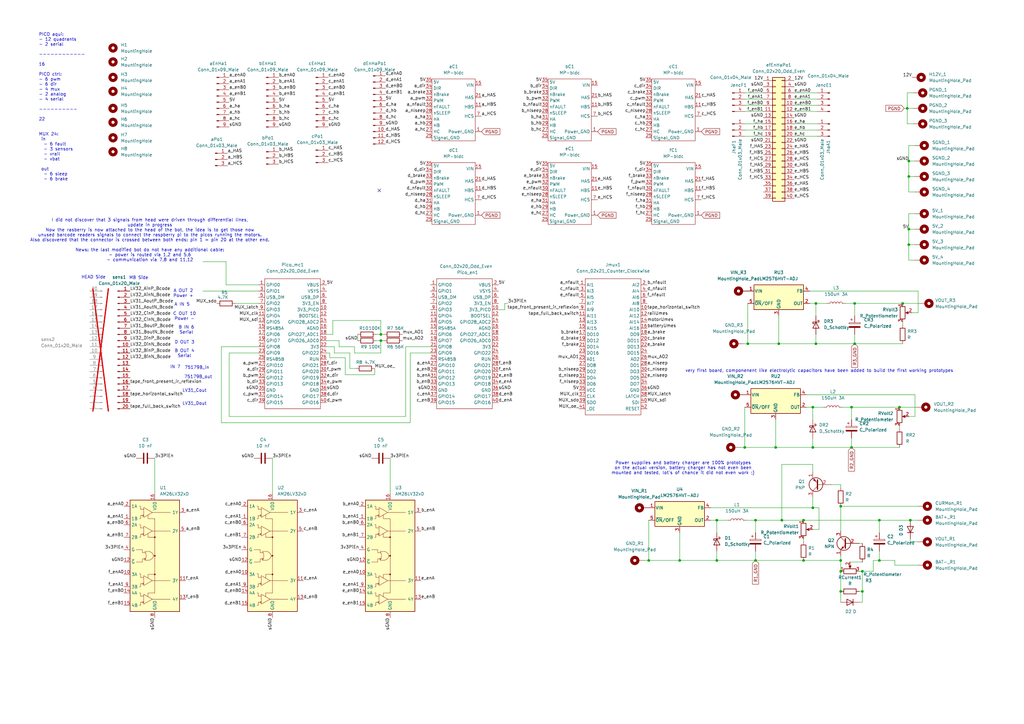
<source format=kicad_sch>
(kicad_sch (version 20250114) (generator "eeschema") (generator_version "9.0")
  (paper "A3")
  (text "Power supplies and battery charger are 100% prototypes\non the actual version, battery charger has not even been\nmounted and tested, lot's of chance it did not even work ;)" (at 280.162 192.024 0) (effects (font (size 1.27 1.27))))
  (text "HEAD Side" (at 38.354 113.792 0) (effects (font (size 1.27 1.27))))
  (text "D OUT 3" (at 75.692 140.462 0) (effects (font (size 1.27 1.27))))
  (text "very first board, componenent like electrolytic capacitors have been added to build the first working prototypes" (at 336.042 152.146 0) (effects (font (size 1.27 1.27))))
  (text "PICO aqui:\n- 12 quadrants\n- 2 serial\n\n------------\n\n16\n\nPICO ctrl:\n- 6 pwm\n- 6 dir\n- 4 mux\n- 2 analog\n- 4 serial\n\n----------\n\n22\n\n\nMUX 24:\n in\n  - 6 fault\n  - 3 sensors\n  - vrail\n  - vbat\n\n out\n  - 6 sleep\n  - 6 brake\n" (at 15.875 74.295 0) (effects (font (size 1.27 1.27)) (justify left bottom)))
  (text "B IN 6\nSerial" (at 76.454 135.382 0) (effects (font (size 1.27 1.27))))
  (text "I did not discover that 3 signals from head were driven through differential lines,\nupdate in progress\nNow the rasberry is now attached to the head of the bot, the idea is to get those now\nunused barcode readers signals to connect the raspberry pi to the picos running the motors.\nAlso discovered that the connector is crossed between both ends: pin 1 = pin 20 at the other end.\n\nNews: the last modified bot do not have any additional cable:\n- power is routed via 1,2 and 5,6\n- communication via 7,8 and 11,12" (at 61.468 98.552 0) (effects (font (size 1.27 1.27))))
  (text "C OUT 10\nPower -" (at 75.692 129.794 0) (effects (font (size 1.27 1.27))))
  (text "IN 7" (at 71.882 150.622 0) (effects (font (size 1.27 1.27))))
  (text "A OUT 2\nPower +" (at 75.184 120.396 0) (effects (font (size 1.27 1.27))))
  (text "B OUT 4\nSerial" (at 75.692 145.034 0) (effects (font (size 1.27 1.27))))
  (text "LV31_Cout" (at 79.756 160.274 0) (effects (font (size 1.27 1.27))))
  (text "LV31_Dout" (at 79.756 165.608 0) (effects (font (size 1.27 1.27))))
  (text "A IN 5" (at 74.676 124.968 0) (effects (font (size 1.27 1.27))))
  (text "MB Side" (at 56.896 114.046 0) (effects (font (size 1.27 1.27))))
  (text "75179B_out" (at 81.28 154.686 0) (effects (font (size 1.27 1.27))))
  (text "75179B_in" (at 80.772 150.876 0) (effects (font (size 1.27 1.27))))
  (junction (at 350.52 140.97))
  (junction (at 333.375 208.28))
  (junction (at 372.745 93.98))
  (junction (at 156.21 139.7))
  (junction (at 309.88 229.87))
  (junction (at 353.695 234.315))
  (junction (at 372.745 100.33))
  (junction (at 156.21 137.16))
  (junction (at 319.405 140.97))
  (junction (at 344.805 234.315))
  (junction (at 360.68 229.87))
  (junction (at 344.805 207.645))
  (junction (at 309.88 213.36))
  (junction (at 370.205 124.46))
  (junction (at 294.005 229.87))
  (junction (at 344.805 229.87))
  (junction (at 278.765 229.87))
  (junction (at 344.805 242.57))
  (junction (at 329.565 213.36))
  (junction (at 334.645 124.46))
  (junction (at 329.565 229.87))
  (junction (at 353.695 242.57))
  (junction (at 294.005 213.36))
  (junction (at 334.645 140.97))
  (junction (at 333.375 183.515))
  (junction (at 373.38 213.36))
  (junction (at 372.745 72.39))
  (junction (at 333.375 167.005))
  (junction (at 372.745 66.04))
  (junction (at 372.11 44.45))
  (junction (at 306.705 140.97))
  (junction (at 349.25 183.515))
  (junction (at 368.935 167.005))
  (junction (at 360.68 213.36))
  (junction (at 266.065 229.87))
  (junction (at 305.435 183.515))
  (junction (at 320.675 213.36))
  (junction (at 349.25 167.005))
  (junction (at 318.135 183.515))
  (junction (at 350.52 124.46))
  (no_connect (at -53.34 133.985))
  (no_connect (at 155.575 78.105))
  (wire (pts (xy 344.805 227.965) (xy 344.805 229.87)))
  (wire (pts (xy 318.135 183.515) (xy 333.375 183.515)))
  (wire (pts (xy 294.005 213.36) (xy 294.005 218.44)))
  (wire (pts (xy 106.045 119.38) (xy 83.185 119.38)))
  (wire (pts (xy 305.435 55.88) (xy 313.055 55.88)))
  (wire (pts (xy 156.21 131.445) (xy 156.21 137.16)))
  (wire (pts (xy 266.065 213.36) (xy 266.065 229.87)))
  (wire (pts (xy 375.285 59.69) (xy 372.745 59.69)))
  (wire (pts (xy 329.565 229.87) (xy 344.805 229.87)))
  (wire (pts (xy 319.405 140.97) (xy 334.645 140.97)))
  (wire (pts (xy 372.745 100.33) (xy 372.745 106.68)))
  (wire (pts (xy 90.805 142.24) (xy 106.045 142.24)))
  (wire (pts (xy 291.465 213.36) (xy 294.005 213.36)))
  (wire (pts (xy 204.47 127) (xy 207.01 127)))
  (wire (pts (xy 92.71 107.315) (xy 92.71 116.84)))
  (wire (pts (xy 136.525 131.445) (xy 156.21 131.445)))
  (wire (pts (xy 133.985 144.78) (xy 135.255 144.78)))
  (wire (pts (xy 370.205 124.46) (xy 377.19 124.46)))
  (wire (pts (xy 319.405 129.54) (xy 319.405 140.97)))
  (wire (pts (xy 332.105 124.46) (xy 334.645 124.46)))
  (wire (pts (xy 305.435 45.72) (xy 313.055 45.72)))
  (wire (pts (xy 344.805 198.755) (xy 340.995 198.755)))
  (wire (pts (xy 352.425 247.015) (xy 353.695 247.015)))
  (wire (pts (xy 90.805 173.355) (xy 90.805 142.24)))
  (wire (pts (xy 372.745 106.68) (xy 375.285 106.68)))
  (wire (pts (xy 374.65 44.45) (xy 372.11 44.45)))
  (wire (pts (xy 309.88 213.36) (xy 320.675 213.36)))
  (wire (pts (xy 325.755 43.18) (xy 335.28 43.18)))
  (wire (pts (xy 334.645 137.16) (xy 334.645 140.97)))
  (wire (pts (xy 306.705 124.46) (xy 306.705 140.97)))
  (wire (pts (xy 368.935 174.625) (xy 368.935 175.895)))
  (wire (pts (xy 153.67 153.67) (xy 153.67 151.13)))
  (wire (pts (xy 373.38 222.25) (xy 376.555 222.25)))
  (wire (pts (xy 352.425 234.315) (xy 353.695 234.315)))
  (wire (pts (xy 372.745 72.39) (xy 375.285 72.39)))
  (wire (pts (xy 305.435 53.34) (xy 313.055 53.34)))
  (wire (pts (xy 372.745 93.98) (xy 375.285 93.98)))
  (wire (pts (xy 333.375 208.28) (xy 335.915 208.28)))
  (wire (pts (xy 145.415 144.78) (xy 145.415 142.24)))
  (wire (pts (xy 372.745 66.04) (xy 375.285 66.04)))
  (wire (pts (xy 143.51 144.78) (xy 143.51 151.13)))
  (wire (pts (xy 344.805 229.87) (xy 344.805 234.315)))
  (wire (pts (xy 96.52 124.46) (xy 106.045 124.46)))
  (wire (pts (xy 294.005 229.87) (xy 309.88 229.87)))
  (wire (pts (xy 376.555 119.38) (xy 376.555 128.27)))
  (wire (pts (xy 294.005 226.06) (xy 294.005 229.87)))
  (wire (pts (xy 374.015 128.27) (xy 376.555 128.27)))
  (wire (pts (xy 141.605 153.67) (xy 153.67 153.67)))
  (wire (pts (xy 360.68 229.87) (xy 367.03 229.87)))
  (wire (pts (xy 349.25 179.705) (xy 349.25 183.515)))
  (wire (pts (xy 360.68 213.36) (xy 360.68 218.44)))
  (wire (pts (xy 143.51 151.13) (xy 146.05 151.13)))
  (wire (pts (xy 294.005 213.36) (xy 298.45 213.36)))
  (wire (pts (xy 367.03 231.775) (xy 376.555 231.775)))
  (wire (pts (xy 137.16 142.24) (xy 137.16 144.78)))
  (wire (pts (xy 358.14 229.87) (xy 360.68 229.87)))
  (wire (pts (xy 333.375 167.005) (xy 333.375 172.085)))
  (wire (pts (xy 305.435 183.515) (xy 318.135 183.515)))
  (wire (pts (xy 160.02 187.96) (xy 160.02 202.565)))
  (wire (pts (xy 372.11 44.45) (xy 372.11 50.8)))
  (wire (pts (xy 352.425 242.57) (xy 353.695 242.57)))
  (wire (pts (xy 373.38 213.36) (xy 376.555 213.36)))
  (wire (pts (xy 325.755 53.34) (xy 335.28 53.34)))
  (wire (pts (xy 375.285 87.63) (xy 372.745 87.63)))
  (wire (pts (xy 325.755 55.88) (xy 335.28 55.88)))
  (wire (pts (xy 93.98 144.78) (xy 93.98 170.815)))
  (wire (pts (xy 264.16 229.87) (xy 266.065 229.87)))
  (wire (pts (xy 345.44 167.005) (xy 349.25 167.005)))
  (wire (pts (xy 333.375 190.5) (xy 320.675 190.5)))
  (wire (pts (xy 303.53 183.515) (xy 305.435 183.515)))
  (wire (pts (xy 353.695 242.57) (xy 353.695 234.315)))
  (wire (pts (xy 320.675 213.36) (xy 329.565 213.36)))
  (wire (pts (xy 344.805 242.57) (xy 344.805 247.015)))
  (wire (pts (xy 156.21 139.7) (xy 156.21 144.78)))
  (wire (pts (xy 166.37 142.24) (xy 176.53 142.24)))
  (wire (pts (xy 136.525 137.16) (xy 136.525 131.445)))
  (wire (pts (xy 305.435 50.8) (xy 313.055 50.8)))
  (wire (pts (xy 350.52 137.16) (xy 350.52 140.97)))
  (wire (pts (xy 63.5 187.96) (xy 63.5 202.565)))
  (wire (pts (xy 146.685 139.7) (xy 146.685 137.16)))
  (wire (pts (xy 157.48 137.16) (xy 156.21 137.16)))
  (wire (pts (xy 368.935 167.005) (xy 375.92 167.005)))
  (wire (pts (xy 349.25 183.515) (xy 368.935 183.515)))
  (wire (pts (xy 372.745 72.39) (xy 372.745 78.74)))
  (wire (pts (xy 318.135 172.085) (xy 318.135 183.515)))
  (wire (pts (xy 372.745 100.33) (xy 375.285 100.33)))
  (wire (pts (xy 330.835 161.925) (xy 375.285 161.925)))
  (wire (pts (xy 344.805 198.755) (xy 344.805 200.025)))
  (wire (pts (xy 333.375 203.835) (xy 333.375 208.28)))
  (wire (pts (xy 325.755 45.72) (xy 335.28 45.72)))
  (wire (pts (xy 291.465 208.28) (xy 333.375 208.28)))
  (wire (pts (xy 306.07 213.36) (xy 309.88 213.36)))
  (wire (pts (xy 305.435 43.18) (xy 313.055 43.18)))
  (wire (pts (xy 207.01 124.46) (xy 208.28 124.46)))
  (wire (pts (xy 278.765 218.44) (xy 278.765 229.87)))
  (wire (pts (xy 157.48 139.7) (xy 156.21 139.7)))
  (wire (pts (xy 306.705 140.97) (xy 319.405 140.97)))
  (wire (pts (xy 334.645 124.46) (xy 334.645 129.54)))
  (wire (pts (xy 166.37 170.815) (xy 166.37 142.24)))
  (wire (pts (xy 305.435 167.005) (xy 305.435 183.515)))
  (wire (pts (xy 370.205 132.08) (xy 370.205 133.35)))
  (wire (pts (xy 350.52 140.97) (xy 370.205 140.97)))
  (wire (pts (xy 350.52 124.46) (xy 350.52 129.54)))
  (wire (pts (xy 333.375 193.675) (xy 333.375 190.5)))
  (wire (pts (xy 333.375 167.005) (xy 337.82 167.005)))
  (wire (pts (xy 333.375 217.17) (xy 335.915 217.17)))
  (wire (pts (xy 370.84 44.45) (xy 372.11 44.45)))
  (wire (pts (xy 335.915 208.28) (xy 335.915 217.17)))
  (wire (pts (xy 353.695 247.015) (xy 353.695 242.57)))
  (wire (pts (xy 372.745 66.04) (xy 372.745 72.39)))
  (wire (pts (xy 346.71 124.46) (xy 350.52 124.46)))
  (wire (pts (xy 333.375 183.515) (xy 349.25 183.515)))
  (wire (pts (xy 266.065 229.87) (xy 278.765 229.87)))
  (wire (pts (xy 372.745 170.815) (xy 375.285 170.815)))
  (wire (pts (xy 135.255 144.78) (xy 135.255 146.685)))
  (wire (pts (xy 344.805 207.645) (xy 344.805 217.805)))
  (wire (pts (xy 309.88 226.06) (xy 309.88 229.87)))
  (wire (pts (xy 156.21 137.16) (xy 154.305 137.16)))
  (wire (pts (xy 329.565 213.36) (xy 360.68 213.36)))
  (wire (pts (xy 137.16 144.78) (xy 143.51 144.78)))
  (wire (pts (xy 305.435 40.64) (xy 313.055 40.64)))
  (wire (pts (xy 358.14 229.87) (xy 358.14 234.315)))
  (wire (pts (xy 360.68 213.36) (xy 373.38 213.36)))
  (wire (pts (xy 106.045 144.78) (xy 93.98 144.78)))
  (wire (pts (xy 141.605 146.685) (xy 141.605 153.67)))
  (wire (pts (xy 334.645 140.97) (xy 350.52 140.97)))
  (wire (pts (xy 372.11 50.8) (xy 374.65 50.8)))
  (wire (pts (xy 325.755 38.1) (xy 335.28 38.1)))
  (wire (pts (xy 348.615 230.505) (xy 353.695 230.505)))
  (wire (pts (xy 375.285 161.925) (xy 375.285 170.815)))
  (wire (pts (xy 372.11 38.1) (xy 372.11 44.45)))
  (wire (pts (xy 353.695 234.315) (xy 358.14 234.315)))
  (wire (pts (xy 145.415 142.24) (xy 139.065 142.24)))
  (wire (pts (xy 329.565 220.98) (xy 329.565 222.25)))
  (wire (pts (xy 133.985 139.7) (xy 139.065 139.7)))
  (wire (pts (xy 325.755 50.8) (xy 335.28 50.8)))
  (wire (pts (xy 92.71 116.84) (xy 106.045 116.84)))
  (wire (pts (xy 133.985 142.24) (xy 137.16 142.24)))
  (wire (pts (xy 372.745 59.69) (xy 372.745 66.04)))
  (wire (pts (xy 367.03 229.87) (xy 367.03 231.775)))
  (wire (pts (xy 90.805 173.355) (xy 168.275 173.355)))
  (wire (pts (xy 111.76 187.96) (xy 111.76 202.565)))
  (wire (pts (xy 168.275 144.78) (xy 168.275 173.355)))
  (wire (pts (xy 350.52 124.46) (xy 370.205 124.46)))
  (wire (pts (xy 305.435 38.1) (xy 313.055 38.1)))
  (wire (pts (xy 360.68 229.87) (xy 360.68 226.06)))
  (wire (pts (xy 325.755 40.64) (xy 335.28 40.64)))
  (wire (pts (xy 330.835 167.005) (xy 333.375 167.005)))
  (wire (pts (xy 333.375 179.705) (xy 333.375 183.515)))
  (wire (pts (xy 309.88 213.36) (xy 309.88 218.44)))
  (wire (pts (xy 156.21 139.7) (xy 154.305 139.7)))
  (wire (pts (xy 334.645 124.46) (xy 339.09 124.46)))
  (wire (pts (xy 83.185 107.315) (xy 92.71 107.315)))
  (wire (pts (xy 133.985 137.16) (xy 136.525 137.16)))
  (wire (pts (xy 309.88 229.87) (xy 329.565 229.87)))
  (wire (pts (xy 207.01 127) (xy 207.01 124.46)))
  (wire (pts (xy 349.25 167.005) (xy 368.935 167.005)))
  (wire (pts (xy 344.805 234.315) (xy 344.805 242.57)))
  (wire (pts (xy 135.255 146.685) (xy 141.605 146.685)))
  (wire (pts (xy 373.38 220.98) (xy 373.38 222.25)))
  (wire (pts (xy 93.98 170.815) (xy 166.37 170.815)))
  (wire (pts (xy 176.53 144.78) (xy 168.275 144.78)))
  (wire (pts (xy 320.675 190.5) (xy 320.675 213.36)))
  (wire (pts (xy 139.065 142.24) (xy 139.065 139.7)))
  (wire (pts (xy 372.745 93.98) (xy 372.745 100.33)))
  (wire (pts (xy 352.425 222.885) (xy 353.695 222.885)))
  (wire (pts (xy 156.21 144.78) (xy 145.415 144.78)))
  (wire (pts (xy 278.765 229.87) (xy 294.005 229.87)))
  (wire (pts (xy 372.745 87.63) (xy 372.745 93.98)))
  (wire (pts (xy 344.805 207.645) (xy 376.555 207.645)))
  (wire (pts (xy 332.105 119.38) (xy 376.555 119.38)))
  (wire (pts (xy 374.65 38.1) (xy 372.11 38.1)))
  (wire (pts (xy 349.25 167.005) (xy 349.25 172.085)))
  (wire (pts (xy 304.8 140.97) (xy 306.705 140.97)))
  (wire (pts (xy 372.745 78.74) (xy 375.285 78.74)))
  (label "e_hb" (at 325.755 53.34 0))
  (label "f_HAS" (at 287.655 74.295 0))
  (label "mux_AO2" (at 265.43 147.32 0))
  (label "b_HAS" (at 245.11 40.005 0))
  (label "f_enA1" (at 313.055 40.64 180))
  (label "e_HAS" (at 245.11 74.295 0))
  (label "e_brake" (at 222.25 73.025 180))
  (label "e_pwm" (at 222.25 75.565 180))
  (label "LV31_BoutN_Bcode" (at 53.34 137.16 0))
  (label "b_enB1" (at 147.32 220.345 180))
  (label "e_enA" (at 204.47 157.48 0))
  (label "c_HBS" (at 134.62 64.135 0))
  (label "c_enB0" (at 134.62 36.83 0))
  (label "a_brake" (at 174.625 38.735 180))
  (label "b_enA" (at 176.53 154.94 180))
  (label "c_hc" (at 134.62 49.53 0))
  (label "e_dir" (at 222.25 70.485 180))
  (label "sGND" (at 372.745 66.04 180))
  (label "b_nfault" (at 222.25 43.815 180))
  (label "LV32_DinN_Bcode" (at 53.34 142.24 0))
  (label "d_enA0" (at 158.115 31.115 0))
  (label "sGND" (at 50.8 230.505 180))
  (label "f_hc" (at 264.795 88.265 180))
  (label "d_brake" (at 237.49 139.7 180))
  (label "5V" (at 237.49 160.02 180))
  (label "f_enB" (at 204.47 149.86 0))
  (label "sGND" (at 325.755 58.42 0))
  (label "5V" (at 204.47 116.84 0))
  (label "c_enA0" (at 134.62 31.75 0))
  (label "tape_horizontal_switch" (at 265.43 127 0))
  (label "tape_horizontal_switch" (at 53.34 162.56 0))
  (label "sGND" (at 158.115 51.435 0))
  (label "e_HAS" (at 325.755 68.58 0))
  (label "a_enA1" (at 93.98 34.29 0))
  (label "a_enB1" (at 93.98 39.37 0))
  (label "e_HCS" (at 325.755 81.28 0))
  (label "b_brake" (at 222.25 38.735 180))
  (label "e_hc" (at 222.25 88.265 180))
  (label "f_HCS" (at 313.055 73.66 180))
  (label "LV32_AinN_Bcode" (at 53.34 121.92 0))
  (label "sGND" (at 204.47 160.02 0))
  (label "e_HBS" (at 325.755 78.74 0))
  (label "e_HBS" (at 325.755 71.12 0))
  (label "a_pwm" (at 174.625 41.275 180))
  (label "f_enB0" (at 50.8 243.205 180))
  (label "b_hb" (at 222.25 51.435 180))
  (label "a_dir" (at 106.045 152.4 180))
  (label "e_enB0" (at 325.755 43.18 0))
  (label "c_enA1" (at 134.62 34.29 0))
  (label "f_enA0" (at 313.055 38.1 180))
  (label "b_HAS" (at 114.3 62.23 0))
  (label "sGND" (at 63.5 253.365 270))
  (label "f_brake" (at 264.795 73.025 180))
  (label "f_enA1" (at 50.8 240.665 180))
  (label "5V" (at 133.985 116.84 0))
  (label "a_nfault" (at 237.49 116.84 180))
  (label "a_enA" (at 76.2 210.185 0))
  (label "f_HBS" (at 313.055 71.12 180))
  (label "d_enA0" (at 99.06 235.585 180))
  (label "MUX_oe_" (at 237.49 167.64 180))
  (label "tape_front_present_ir_reflexion" (at 53.34 157.48 0))
  (label "f_HCS" (at 313.055 66.04 180))
  (label "f_enB1" (at 50.8 248.285 180))
  (label "LV32_BinP_Bcode" (at 53.34 144.78 0))
  (label "MUX_latch" (at 106.045 127 180))
  (label "d_pwm" (at 174.625 75.565 180))
  (label "f_hc" (at 313.055 55.88 180))
  (label "f_nlseep" (at 237.49 157.48 180))
  (label "a_hc" (at 174.625 53.975 180))
  (label "a_enB0" (at 93.98 36.83 0))
  (label "c_HBS" (at 287.655 43.815 0))
  (label "e_ha" (at 325.755 50.8 0))
  (label "c_HAS" (at 287.655 40.005 0))
  (label "sGND" (at 160.02 253.365 270))
  (label "b_nlseep" (at 237.49 152.4 180))
  (label "LV32_DinP_Bcode" (at 53.34 139.7 0))
  (label "e_pwm" (at 133.985 157.48 0))
  (label "c_nlseep" (at 264.795 46.355 180))
  (label "d_nlseep" (at 237.49 154.94 180))
  (label "tape_front_present_ir_reflexion" (at 237.49 127 180))
  (label "mux_AO2" (at 165.1 139.7 0))
  (label "mux_AO1" (at 237.49 147.32 180))
  (label "f_nlseep" (at 264.795 80.645 180))
  (label "f_ha" (at 264.795 83.185 180))
  (label "a_enA0" (at 50.8 207.645 180))
  (label "e_HAS" (at 325.755 60.96 0))
  (label "c_dir" (at 264.795 36.195 180))
  (label "e_hc" (at 325.755 55.88 0))
  (label "f_enB" (at 76.2 245.745 0))
  (label "d_brake" (at 174.625 73.025 180))
  (label "a_HAS" (at 93.345 62.865 0))
  (label "b_hc" (at 114.3 49.53 0))
  (label "d_enA" (at 204.47 165.1 0))
  (label "sGND" (at 265.43 160.02 0))
  (label "d_enB1" (at 158.115 38.735 0))
  (label "c_enA0" (at 99.06 207.645 180))
  (label "b_enB" (at 172.72 217.805 0))
  (label "e_enB1" (at 325.755 45.72 0))
  (label "b_enB" (at 176.53 157.48 180))
  (label "5V" (at 264.795 67.945 180))
  (label "MUX_clk" (at 237.49 162.56 180))
  (label "c_HCS" (at 287.655 47.625 0))
  (label "b_HBS" (at 245.11 43.815 0))
  (label "f_enA" (at 76.2 238.125 0))
  (label "c_brake" (at 265.43 139.7 0))
  (label "LV31_BoutP_Bcode" (at 53.34 134.62 0))
  (label "d_HBS" (at 197.485 78.105 0))
  (label "b_dir" (at 106.045 157.48 180))
  (label "d_enB" (at 204.47 162.56 0))
  (label "3v3PiEn" (at 99.06 225.425 180))
  (label "c_dir" (at 106.045 165.1 180))
  (label "5V" (at 93.98 41.91 0))
  (label "sGND" (at 111.76 253.365 270))
  (label "e_HCS" (at 325.755 66.04 0))
  (label "f_pwm" (at 133.985 152.4 0))
  (label "d_enA" (at 124.46 238.125 0))
  (label "a_enA0" (at 93.98 31.75 0))
  (label "c_hb" (at 264.795 51.435 180))
  (label "c_enA1" (at 99.06 212.725 180))
  (label "b_nlseep" (at 222.25 46.355 180))
  (label "d_hb" (at 158.115 46.355 0))
  (label "b_pwm" (at 106.045 154.94 180))
  (label "sGND" (at 134.62 52.07 0))
  (label "e_dir" (at 133.985 154.94 0))
  (label "a_enA" (at 176.53 149.86 180))
  (label "d_dir" (at 174.625 70.485 180))
  (label "e_HBS" (at 245.11 78.105 0))
  (label "b_HCS" (at 245.11 47.625 0))
  (label "b_dir" (at 222.25 36.195 180))
  (label "sGND" (at 99.06 230.505 180))
  (label "5V" (at 222.25 67.945 180))
  (label "f_enA" (at 204.47 152.4 0))
  (label "a_brake" (at 265.43 137.16 0))
  (label "a_HBS" (at 197.485 43.815 0))
  (label "c_pwm" (at 264.795 41.275 180))
  (label "d_HBS" (at 158.115 56.515 0))
  (label "LV32_CinP_Bcode" (at 53.34 129.54 0))
  (label "a_enB0" (at 50.8 215.265 180))
  (label "d_enB0" (at 99.06 243.205 180))
  (label "tape_full_back_switch" (at 53.34 167.64 0))
  (label "e_HBS" (at 325.755 63.5 0))
  (label "MUX_sdo" (at 237.49 165.1 180))
  (label "MUX_sdi" (at 265.43 165.1 0))
  (label "e_enB" (at 204.47 154.94 0))
  (label "c_HAS" (at 134.62 61.595 0))
  (label "mux_AO1" (at 165.1 137.16 0))
  (label "LV32_CinN_Bcode" (at 53.34 132.08 0))
  (label "sGND" (at 133.985 160.02 0))
  (label "a_hc" (at 93.98 49.53 0))
  (label "f_ha" (at 313.055 50.8 180))
  (label "f_HAS" (at 313.055 60.96 180))
  (label "f_hb" (at 264.795 85.725 180))
  (label "LV32_BinN_Bcode" (at 53.34 147.32 0))
  (label "d_enA1" (at 99.06 240.665 180))
  (label "d_hc" (at 158.115 48.895 0))
  (label "d_ha" (at 158.115 43.815 0))
  (label "3v3PiEn" (at 111.76 187.96 0))
  (label "d_HAS" (at 158.115 53.975 0))
  (label "d_enA1" (at 158.115 33.655 0))
  (label "3v3PiEn" (at 50.8 225.425 180))
  (label "b_enB0" (at 114.3 36.83 0))
  (label "LV31_AoutN_Bcode" (at 53.34 127 0))
  (label "e_HCS" (at 325.755 73.66 0))
  (label "f_HAS" (at 313.055 68.58 180))
  (label "e_nfault" (at 222.25 78.105 180))
  (label "a_enB" (at 76.2 217.805 0))
  (label "c_ha" (at 134.62 44.45 0))
  (label "f_HBS" (at 287.655 78.105 0))
  (label "MUX_sdi" (at 106.045 132.08 180))
  (label "3v3PiEn" (at 147.32 225.425 180))
  (label "e_enA0" (at 147.32 235.585 180))
  (label "d_hc" (at 174.625 88.265 180))
  (label "f_dir" (at 264.795 70.485 180))
  (label "d_nfault" (at 174.625 78.105 180))
  (label "sGND" (at 93.98 52.07 0))
  (label "c_hb" (at 134.62 46.99 0))
  (label "b_hc" (at 222.25 53.975 180))
  (label "b_hb" (at 114.3 46.99 0))
  (label "c_enA" (at 124.46 210.185 0))
  (label "c_ha" (at 264.795 48.895 180))
  (label "3v3PiEn" (at 208.28 124.46 0))
  (label "a_dir" (at 174.625 36.195 180))
  (label "a_nlseep" (at 174.625 46.355 180))
  (label "a_enB1" (at 50.8 220.345 180))
  (label "5V" (at 372.745 93.98 180))
  (label "e_HCS" (at 245.11 81.915 0))
  (label "c_pwm" (at 106.045 162.56 180))
  (label "f_HCS" (at 287.655 81.915 0))
  (label "d_HCS" (at 158.115 59.055 0))
  (label "a_ha" (at 174.625 48.895 180))
  (label "c_nfault" (at 264.795 43.815 180))
  (label "a_HCS" (at 93.345 67.945 0))
  (label "e_ha" (at 222.25 83.185 180))
  (label "c_nfault" (at 237.49 119.38 180))
  (label "c_HCS" (at 134.62 66.675 0))
  (label "a_HAS" (at 197.485 40.005 0))
  (label "a_enB" (at 176.53 152.4 180))
  (label "d_dir" (at 133.985 162.56 0))
  (label "f_enB1" (at 313.055 45.72 180))
  (label "e_enA0" (at 325.755 38.1 0))
  (label "c_enA" (at 176.53 162.56 180))
  (label "e_nlseep" (at 222.25 80.645 180))
  (label "sGND" (at 146.685 139.7 180))
  (label "f_HBS" (at 313.055 63.5 180))
  (label "f_dir" (at 133.985 149.86 0))
  (label "f_nfault" (at 265.43 121.92 0))
  (label "b_enA0" (at 114.3 31.75 0))
  (label "batteryUmes" (at 265.43 134.62 0))
  (label "sGND" (at 313.055 35.56 180))
  (label "12V" (at 374.015 31.75 180))
  (label "LV32_AinP_Bcode" (at 53.34 119.38 0))
  (label "sGND" (at 313.055 48.26 180))
  (label "3v3PiEn" (at 63.5 187.96 0))
  (label "e_nlseep" (at 265.43 154.94 0))
  (label "e_enA1" (at 325.755 40.64 0))
  (label "a_enA1" (at 50.8 212.725 180))
  (label "c_hc" (at 264.795 53.975 180))
  (label "e_enB1" (at 147.32 248.285 180))
  (label "a_hb" (at 174.625 51.435 180))
  (label "b_ha" (at 222.25 48.895 180))
  (label "f_brake" (at 237.49 142.24 180))
  (label "sGND" (at 114.3 52.07 0))
  (label "b_enA1" (at 147.32 212.725 180))
  (label "d_enB" (at 124.46 245.745 0))
  (label "e_enB0" (at 147.32 243.205 180))
  (label "5V" (at 174.625 33.655 180))
  (label "c_enB1" (at 99.06 220.345 180))
  (label "b_HBS" (at 114.3 64.77 0))
  (label "f_enB0" (at 313.055 43.18 180))
  (label "d_enB0" (at 158.115 36.195 0))
  (label "a_ha" (at 93.98 44.45 0))
  (label "d_nfault" (at 265.43 119.38 0))
  (label "a_HBS" (at 93.345 65.405 0))
  (label "a_nlseep" (at 265.43 149.86 0))
  (label "a_pwm" (at 106.045 149.86 180))
  (label "c_enB0" (at 99.06 215.265 180))
  (label "c_enB" (at 124.46 217.805 0))
  (label "sGND" (at 313.055 58.42 180))
  (label "b_enA0" (at 147.32 207.645 180))
  (label "sGND" (at 176.53 160.02 180))
  (label "e_enA" (at 172.72 238.125 0))
  (label "e_HAS" (at 325.755 76.2 0))
  (label "sGND" (at 152.4 187.96 180))
  (label "sGND" (at 325.755 48.26 0))
  (label "c_nlseep" (at 265.43 152.4 0))
  (label "5V" (at 158.115 41.275 0))
  (label "b_enA1" (at 114.3 34.29 0))
  (label "sGND" (at 325.755 35.56 0))
  (label "5V" (at 264.795 33.655 180))
  (label "b_enB0" (at 147.32 215.265 180))
  (label "e_brake" (at 265.43 142.24 0))
  (label "3v3PiEn" (at 160.02 187.96 0))
  (label "5V" (at 134.62 41.91 0))
  (label "MUX_clk" (at 106.045 129.54 180))
  (label "sGND" (at 147.32 230.505 180))
  (label "e_nfault" (at 237.49 121.92 180))
  (label "MUX_sdo" (at 88.9 124.46 180))
  (label "a_nfault" (at 174.625 43.815 180))
  (label "MUX_latch" (at 265.43 162.56 0))
  (label "f_pwm" (at 264.795 75.565 180))
  (label "b_enA" (at 172.72 210.185 0))
  (label "motorUmes" (at 265.43 132.08 0))
  (label "a_HCS" (at 197.485 47.625 0))
  (label "d_nlseep" (at 174.625 80.645 180))
  (label "d_HCS" (at 197.485 81.915 0))
  (label "12V" (at 313.055 33.02 180))
  (label "5V" (at 174.625 67.945 180))
  (label "b_brake" (at 237.49 137.16 180))
  (label "e_enA1" (at 147.32 240.665 180))
  (label "a_hb" (at 93.98 46.99 0))
  (label "b_ha" (at 114.3 44.45 0))
  (label "5V" (at 222.25 33.655 180))
  (label "d_pwm" (at 133.985 165.1 0))
  (label "sGND" (at 55.88 187.96 180))
  (label "d_enB1" (at 99.06 248.285 180))
  (label "sGND" (at 106.045 160.02 180))
  (label "railUmes" (at 265.43 129.54 0))
  (label "b_pwm" (at 222.25 41.275 180))
  (label "c_enB" (at 176.53 165.1 180))
  (label "f_nfault" (at 264.795 78.105 180))
  (label "LV31_AoutP_Bcode" (at 53.34 124.46 0))
  (label "b_nfault" (at 265.43 116.84 0))
  (label "MUX_oe_" (at 153.67 151.13 0))
  (label "c_enB1" (at 134.62 39.37 0))
  (label "d_hb" (at 174.625 85.725 180))
  (label "e_hb" (at 222.25 85.725 180))
  (label "12V" (at 325.755 33.02 0))
  (label "f_hb" (at 313.055 53.34 180))
  (label "5V" (at 114.3 41.91 0))
  (label "c_brake" (at 264.795 38.735 180))
  (label "e_enB" (at 172.72 245.745 0))
  (label "f_enA0" (at 50.8 235.585 180))
  (label "d_ha" (at 174.625 83.185 180))
  (label "b_HCS" (at 114.3 67.31 0))
  (label "b_enB1" (at 114.3 39.37 0))
  (label "tape_full_back_switch" (at 237.49 129.54 180))
  (label "d_HAS" (at 197.485 74.295 0))
  (label "sGND" (at 104.14 187.96 180))
  (global_label "R1_GND" (shape input) (at 309.88 229.87 270) (property "Intersheetrefs" "${INTERSHEET_REFS}" (effects (hide yes))) (property "Références Inter-Feuilles" "${INTERSHEET_REFS}" (effects (hide yes))))
  (global_label "PGND" (shape input) (at 245.11 53.975 0) (property "Intersheetrefs" "${INTERSHEET_REFS}" (effects (hide yes))) (property "Références Inter-Feuilles" "${INTERSHEET_REFS}" (effects (hide yes))))
  (global_label "PGND" (shape input) (at 197.485 88.265 0) (property "Intersheetrefs" "${INTERSHEET_REFS}" (effects (hide yes))) (property "Références Inter-Feuilles" "${INTERSHEET_REFS}" (effects (hide yes))))
  (global_label "R2_GND" (shape input) (at 349.25 183.515 270) (property "Intersheetrefs" "${INTERSHEET_REFS}" (effects (hide yes))) (property "Références Inter-Feuilles" "${INTERSHEET_REFS}" (effects (hide yes))))
  (global_label "PGND" (shape input) (at 370.84 44.45 180) (property "Intersheetrefs" "${INTERSHEET_REFS}" (effects (hide yes))) (property "Références Inter-Feuilles" "${INTERSHEET_REFS}" (effects (hide yes))))
  (global_label "PGND" (shape input) (at 197.485 53.975 0) (property "Intersheetrefs" "${INTERSHEET_REFS}" (effects (hide yes))) (property "Références Inter-Feuilles" "${INTERSHEET_REFS}" (effects (hide yes))))
  (global_label "PGND" (shape input) (at 287.655 53.975 0) (property "Intersheetrefs" "${INTERSHEET_REFS}" (effects (hide yes))) (property "Références Inter-Feuilles" "${INTERSHEET_REFS}" (effects (hide yes))))
  (global_label "PGND" (shape input) (at 287.655 88.265 0) (property "Intersheetrefs" "${INTERSHEET_REFS}" (effects (hide yes))) (property "Références Inter-Feuilles" "${INTERSHEET_REFS}" (effects (hide yes))))
  (global_label "PGND" (shape input) (at 245.11 88.265 0) (property "Intersheetrefs" "${INTERSHEET_REFS}" (effects (hide yes))) (property "Références Inter-Feuilles" "${INTERSHEET_REFS}" (effects (hide yes))))
  (global_label "R3_GND" (shape input) (at 350.52 140.97 270) (property "Intersheetrefs" "${INTERSHEET_REFS}" (effects (hide yes))) (property "Références Inter-Feuilles" "${INTERSHEET_REFS}" (effects (hide yes))))
  (symbol (lib_id "Mechanical:MountingHole_Pad") (at 379.73 124.46 270) (unit 1)
    (property "Reference" "VOUT_R3" (at 383.54 123.1899 90) (effects (justify left)))
    (property "Value" "MountingHole_Pad" (at 383.54 125.7299 90) (effects (justify left)))
    (property "Footprint" "Connector_Pin:Pin_D1.2mm_L10.2mm_W2.9mm_FlatFork" (effects (hide yes)))
  )
  (symbol (lib_id "Connector:Conn_01x03_Male") (at 300.355 53.34 0) (unit 1)
    (property "Reference" "JhaF1" (at 300.99 60.325 90))
    (property "Value" "Conn_01x03_Male" (at 303.53 65.405 90))
    (property "Footprint" "Connector_PinHeader_2.54mm:PinHeader_1x03_P2.54mm_Vertical" (effects (hide yes)))
  )
  (symbol (lib_id "Mechanical:MountingHole_Pad") (at 300.99 183.515 90) (unit 1)
    (property "Reference" "GND_R2" (at 299.72 175.895 90))
    (property "Value" "MountingHole_Pad" (at 299.72 178.435 90))
    (property "Footprint" "Connector_Pin:Pin_D1.2mm_L10.2mm_W2.9mm_FlatFork" (effects (hide yes)))
  )
  (symbol (lib_id "Device:R") (at 150.495 139.7 90) (unit 1)
    (property "Reference" "R9" (at 149.225 142.24 90))
    (property "Value" "100K" (at 153.67 142.24 90))
    (property "Footprint" "Resistor_THT:R_Axial_DIN0207_L6.3mm_D2.5mm_P2.54mm_Vertical" (effects (hide yes)))
  )
  (symbol (lib_id "Mechanical:MountingHole_Pad") (at 377.825 78.74 270) (unit 1)
    (property "Reference" "SGND_4" (at 382.27 77.4699 90) (effects (justify left)))
    (property "Value" "MountingHole_Pad" (at 382.27 80.0099 90) (effects (justify left)))
    (property "Footprint" "Connector_Pin:Pin_D1.2mm_L10.2mm_W2.9mm_FlatFork" (effects (hide yes)))
  )
  (symbol (lib_id "Device:D_Schottky") (at 333.375 175.895 270) (unit 1)
    (property "Reference" "DR2" (at 335.915 174.3074 90) (effects (justify left)))
    (property "Value" "D_Schottky" (at 335.915 176.8474 90) (effects (justify left)))
    (property "Footprint" "Diode_THT:D_DO-201AD_P3.81mm_Vertical_AnodeUp" (effects (hide yes)))
  )
  (symbol (lib_id "Device:C") (at 156.21 187.96 90) (unit 1)
    (property "Reference" "C5" (at 156.21 180.34 90))
    (property "Value" "10 nF" (at 156.21 182.88 90))
    (property "Footprint" "Capacitor_THT:C_Disc_D5.0mm_W2.5mm_P5.00mm" (effects (hide yes)))
  )
  (symbol (lib_id "Device:C_Polarized") (at 349.25 175.895 0) (unit 1)
    (property "Reference" "CR2" (at 352.425 173.7359 0) (effects (justify left)))
    (property "Value" "C_Polarized" (at 352.425 176.2759 0) (effects (justify left)))
    (property "Footprint" "Capacitor_THT:CP_Radial_D12.5mm_P5.00mm" (effects (hide yes)))
  )
  (symbol (lib_id "Device:C") (at 59.69 187.96 90) (unit 1)
    (property "Reference" "C3" (at 59.69 180.34 90))
    (property "Value" "10 nF" (at 59.69 182.88 90))
    (property "Footprint" "Capacitor_THT:C_Disc_D5.0mm_W2.5mm_P5.00mm" (effects (hide yes)))
  )
  (symbol (lib_id "Mechanical:MountingHole_Pad") (at 378.46 167.005 270) (unit 1)
    (property "Reference" "VOUT_R2" (at 382.905 165.7349 90) (effects (justify left)))
    (property "Value" "MountingHole_Pad" (at 382.905 168.2749 90) (effects (justify left)))
    (property "Footprint" "Connector_Pin:Pin_D1.2mm_L10.2mm_W2.9mm_FlatFork" (effects (hide yes)))
  )
  (symbol (lib_id "Device:R") (at 149.86 151.13 270) (unit 1)
    (property "Reference" "R8" (at 147.32 148.59 90))
    (property "Value" "4.7K" (at 151.765 148.59 90))
    (property "Footprint" "Resistor_THT:R_Axial_DIN0207_L6.3mm_D2.5mm_P2.54mm_Vertical" (effects (hide yes)))
  )
  (symbol (lib_id "Device:R") (at 348.615 242.57 90) (unit 1)
    (property "Reference" "R3" (at 356.235 238.125 90))
    (property "Value" "R" (at 348.615 239.395 90))
    (property "Footprint" "Diode_THT:D_DO-201AD_P3.81mm_Vertical_AnodeUp" (effects (hide yes)))
  )
  (symbol (lib_id "Mechanical:MountingHole_Pad") (at 379.095 222.25 270) (unit 1)
    (property "Reference" "VOUT_R1" (at 383.54 220.9799 90) (effects (justify left)))
    (property "Value" "MountingHole_Pad" (at 383.54 223.5199 90) (effects (justify left)))
    (property "Footprint" "Connector_Pin:Pin_D1.2mm_L10.2mm_W2.9mm_FlatFork" (effects (hide yes)))
  )
  (symbol (lib_id "Local:MP-bldc") (at 180.975 34.925 0) (unit 1)
    (property "Reference" "aC1" (at 186.055 27.305 0))
    (property "Value" "MP-bldc" (at 186.055 29.845 0))
    (property "Footprint" "Library:MP-bldc-module" (effects (hide yes)))
  )
  (symbol (lib_id "Mechanical:MountingHole_Pad") (at 379.095 207.645 270) (unit 1)
    (property "Reference" "CURMon_R1" (at 383.54 206.3749 90) (effects (justify left)))
    (property "Value" "MountingHole_Pad" (at 383.54 208.9149 90) (effects (justify left)))
    (property "Footprint" "Connector_Pin:Pin_D1.2mm_L10.2mm_W2.9mm_FlatFork" (effects (hide yes)))
  )
  (symbol (lib_id "Mechanical:MountingHole_Pad") (at 377.825 66.04 270) (unit 1)
    (property "Reference" "SGND_2" (at 382.27 64.7699 90) (effects (justify left)))
    (property "Value" "MountingHole_Pad" (at 382.27 67.3099 90) (effects (justify left)))
    (property "Footprint" "Connector_Pin:Pin_D1.2mm_L10.2mm_W2.9mm_FlatFork" (effects (hide yes)))
  )
  (symbol (lib_id "Connector:Conn_01x09_Male") (at 88.9 41.91 0) (unit 1)
    (property "Reference" "aEnHa1" (at 89.535 26.035 0))
    (property "Value" "Conn_01x09_Male" (at 89.535 28.575 0))
    (property "Footprint" "Connector_PinHeader_2.54mm:PinHeader_1x09_P2.54mm_Vertical" (effects (hide yes)))
  )
  (symbol (lib_id "Regulator_Switching:LM2576HVT-ADJ") (at 318.135 164.465 0) (unit 1)
    (property "Reference" "RU2" (at 318.135 154.305 0))
    (property "Value" "LM2576HVT-ADJ" (at 318.135 156.845 0))
    (property "Footprint" "Package_TO_SOT_THT:TO-220-5_P3.4x3.7mm_StaggerEven_Lead3.8mm_Vertical" (effects (hide yes)))
    (property "Datasheet" "http://www.ti.com/lit/ds/symlink/lm2576.pdf" (effects (hide yes)))
  )
  (symbol (lib_id "Device:C_Polarized") (at 309.88 222.25 0) (unit 1)
    (property "Reference" "C1" (at 313.055 220.0909 0) (effects (justify left)))
    (property "Value" "C_Polarized" (at 313.055 222.6309 0) (effects (justify left)))
    (property "Footprint" "Capacitor_THT:CP_Radial_D12.5mm_P5.00mm" (effects (hide yes)))
  )
  (symbol (lib_id "Connector_Generic:Conn_02x20_Odd_Even") (at 318.135 55.88 0) (unit 1)
    (property "Reference" "efEnHaPo1" (at 319.405 26.67 0))
    (property "Value" "Conn_02x20_Odd_Even" (at 319.405 29.21 0))
    (property "Footprint" "Connector_PinHeader_1.27mm:PinHeader_2x20_P1.27mm_Vertical" (effects (hide yes)))
  )
  (symbol (lib_id "Mechanical:MountingHole_Pad") (at 304.165 119.38 90) (unit 1)
    (property "Reference" "VIN_R3" (at 302.895 111.76 90))
    (property "Value" "MountingHole_Pad" (at 302.895 114.3 90))
    (property "Footprint" "Connector_Pin:Pin_D1.2mm_L10.2mm_W2.9mm_FlatFork" (effects (hide yes)))
  )
  (symbol (lib_id "Mechanical:MountingHole_Pad") (at 376.555 31.75 270) (unit 1)
    (property "Reference" "H12V_1" (at 381 30.4799 90) (effects (justify left)))
    (property "Value" "MountingHole_Pad" (at 381 33.0199 90) (effects (justify left)))
    (property "Footprint" "Connector_Pin:Pin_D1.2mm_L10.2mm_W2.9mm_FlatFork" (effects (hide yes)))
  )
  (symbol (lib_id "Mechanical:MountingHole") (at 46.355 62.23 0) (unit 1)
    (property "Reference" "H8" (at 49.53 60.9599 0) (effects (justify left)))
    (property "Value" "MountingHole" (at 49.53 63.4999 0) (effects (justify left)))
    (property "Footprint" "MountingHole:MountingHole_4.5mm" (effects (hide yes)))
  )
  (symbol (lib_id "Transistor_BJT:2N2219") (at 347.345 222.885 0) (mirror y) (unit 1)
    (property "Reference" "Q2" (at 342.265 221.6149 0) (effects (justify left)))
    (property "Value" "NPN" (at 342.265 224.1549 0) (effects (justify left)))
    (property "Footprint" "Package_TO_SOT_THT:TO-92L_Wide" (effects (hide yes)))
  )
  (symbol (lib_id "Device:R") (at 161.29 139.7 90) (unit 1)
    (property "Reference" "R6" (at 160.02 142.24 90))
    (property "Value" "56K" (at 163.83 142.24 90))
    (property "Footprint" "Resistor_THT:R_Axial_DIN0207_L6.3mm_D2.5mm_P2.54mm_Vertical" (effects (hide yes)))
  )
  (symbol (lib_id "Connector:Conn_01x20_Male") (at 41.91 144.78 180) (unit 1) (dnp yes)
    (property "Reference" "sens2" (at 16.764 139.192 0) (effects (justify right)))
    (property "Value" "Conn_01x20_Male" (at 16.764 141.732 0) (effects (justify right)))
    (property "Footprint" "Connector_PinHeader_1.27mm:PinHeader_1x20_P1.27mm_Vertical" (effects (hide yes)))
  )
  (symbol (lib_id "Mechanical:MountingHole") (at 46.355 19.685 0) (unit 1)
    (property "Reference" "H1" (at 49.53 18.4149 0) (effects (justify left)))
    (property "Value" "MountingHole" (at 49.53 20.9549 0) (effects (justify left)))
    (property "Footprint" "MountingHole:MountingHole_4.5mm" (effects (hide yes)))
  )
  (symbol (lib_id "Device:D_Schottky") (at 334.645 133.35 270) (unit 1)
    (property "Reference" "DR3" (at 337.82 131.7624 90) (effects (justify left)))
    (property "Value" "D_Schottky" (at 337.82 134.3024 90) (effects (justify left)))
    (property "Footprint" "Diode_THT:D_DO-201AD_P3.81mm_Vertical_AnodeUp" (effects (hide yes)))
  )
  (symbol (lib_id "Interface:AM26LV32xD") (at 111.76 227.965 0) (unit 1)
    (property "Reference" "U2" (at 113.7794 200.025 0) (effects (justify left)))
    (property "Value" "AM26LV32xD" (at 113.7794 202.565 0) (effects (justify left)))
    (property "Footprint" "Package_SO:SOIC-16_3.9x9.9mm_P1.27mm" (effects (hide yes)))
    (property "Datasheet" "http://www.ti.com/lit/ds/symlink/am26lv32.pdf" (effects (hide yes)))
  )
  (symbol (lib_id "Local:Mux-16A-18DO") (at 251.46 143.51 180) (unit 1)
    (property "Reference" "Jmux1" (at 251.46 108.585 0))
    (property "Value" "Conn_02x21_Counter_Clockwise" (at 251.46 111.125 0))
    (property "Footprint" "Connector_PinSocket_2.54mm:PinSocket_2x21_P2.54mm_Vertical" (effects (hide yes)))
  )
  (symbol (lib_id "Device:R") (at 353.695 226.695 180) (unit 1)
    (property "Reference" "R4" (at 355.6 225.4249 0) (effects (justify right)))
    (property "Value" "R" (at 355.6 227.9649 0) (effects (justify right)))
    (property "Footprint" "Resistor_THT:R_Axial_DIN0207_L6.3mm_D2.5mm_P2.54mm_Vertical" (effects (hide yes)))
  )
  (symbol (lib_id "Mechanical:MountingHole") (at 46.355 44.45 0) (unit 1)
    (property "Reference" "H5" (at 49.53 43.1799 0) (effects (justify left)))
    (property "Value" "MountingHole" (at 49.53 45.7199 0) (effects (justify left)))
    (property "Footprint" "MountingHole:MountingHole_4.5mm" (effects (hide yes)))
  )
  (symbol (lib_id "Connector:Conn_01x04_Male") (at 340.36 40.64 0) (mirror y) (unit 1)
    (property "Reference" "JencE1" (at 337.82 34.925 0))
    (property "Value" "Conn_01x04_Male" (at 339.725 31.115 0))
    (property "Footprint" "Connector_PinHeader_2.54mm:PinHeader_1x04_P2.54mm_Vertical" (effects (hide yes)))
  )
  (symbol (lib_id "Mechanical:MountingHole") (at 46.355 31.75 0) (unit 1)
    (property "Reference" "H3" (at 49.53 30.4799 0) (effects (justify left)))
    (property "Value" "MountingHole" (at 49.53 33.0199 0) (effects (justify left)))
    (property "Footprint" "MountingHole:MountingHole_4.5mm" (effects (hide yes)))
  )
  (symbol (lib_id "Mechanical:MountingHole_Pad") (at 377.19 38.1 270) (unit 1)
    (property "Reference" "PGND_1" (at 381 36.8299 90) (effects (justify left)))
    (property "Value" "MountingHole_Pad" (at 381 39.3699 90) (effects (justify left)))
    (property "Footprint" "Connector_Pin:Pin_D1.2mm_L10.2mm_W2.9mm_FlatFork" (effects (hide yes)))
  )
  (symbol (lib_id "Local:MP-bldc") (at 271.145 69.215 0) (unit 1)
    (property "Reference" "fC1" (at 276.225 61.595 0))
    (property "Value" "MP-bldc" (at 276.225 64.135 0))
    (property "Footprint" "Library:MP-bldc-module" (effects (hide yes)))
  )
  (symbol (lib_id "Device:R") (at 161.29 137.16 90) (unit 1)
    (property "Reference" "R7" (at 160.02 134.62 90))
    (property "Value" "56K" (at 163.83 134.62 90))
    (property "Footprint" "Resistor_THT:R_Axial_DIN0207_L6.3mm_D2.5mm_P2.54mm_Vertical" (effects (hide yes)))
  )
  (symbol (lib_id "Mechanical:MountingHole_Pad") (at 302.26 140.97 90) (unit 1)
    (property "Reference" "GND_R3" (at 300.99 133.35 90))
    (property "Value" "MountingHole_Pad" (at 300.99 135.89 90))
    (property "Footprint" "Connector_Pin:Pin_D1.2mm_L10.2mm_W2.9mm_FlatFork" (effects (hide yes)))
  )
  (symbol (lib_id "Mechanical:MountingHole_Pad") (at 377.825 93.98 270) (unit 1)
    (property "Reference" "5V_2" (at 382.27 92.7099 90) (effects (justify left)))
    (property "Value" "MountingHole_Pad" (at 382.27 95.2499 90) (effects (justify left)))
    (property "Footprint" "Connector_Pin:Pin_D1.2mm_L10.2mm_W2.9mm_FlatFork" (effects (hide yes)))
  )
  (symbol (lib_id "Device:R") (at 370.205 137.16 0) (unit 1)
    (property "Reference" "RR3" (at 372.11 135.8899 0) (effects (justify left)))
    (property "Value" "R" (at 372.11 138.4299 0) (effects (justify left)))
    (property "Footprint" "Resistor_THT:R_Axial_DIN0207_L6.3mm_D2.5mm_P2.54mm_Vertical" (effects (hide yes)))
  )
  (symbol (lib_id "Connector:Conn_01x03_Male") (at 88.265 65.405 0) (unit 1)
    (property "Reference" "aPo1" (at 88.9 57.15 0))
    (property "Value" "Conn_01x03_Male" (at 88.9 59.69 0))
    (property "Footprint" "Library:CONN_SD-41771-001_M450_03_MOL" (effects (hide yes)))
  )
  (symbol (lib_id "Device:R") (at 368.935 179.705 0) (unit 1)
    (property "Reference" "RR2" (at 371.475 178.4349 0) (effects (justify left)))
    (property "Value" "R" (at 371.475 180.9749 0) (effects (justify left)))
    (property "Footprint" "Resistor_THT:R_Axial_DIN0207_L6.3mm_D2.5mm_P2.54mm_Vertical" (effects (hide yes)))
  )
  (symbol (lib_id "Local:MP-bldc") (at 271.145 34.925 0) (unit 1)
    (property "Reference" "cC1" (at 276.225 27.305 0))
    (property "Value" "MP-bldc" (at 276.225 29.845 0))
    (property "Footprint" "Library:MP-bldc-module" (effects (hide yes)))
  )
  (symbol (lib_id "Device:C") (at 107.95 187.96 90) (unit 1)
    (property "Reference" "C4" (at 107.95 180.34 90))
    (property "Value" "10 nF" (at 107.95 182.88 90))
    (property "Footprint" "Capacitor_THT:C_Disc_D5.0mm_W2.5mm_P5.00mm" (effects (hide yes)))
  )
  (symbol (lib_name "Pico_riser_1") (lib_id "Local:Pico_riser") (at 190.5 140.97 0) (unit 1)
    (property "Reference" "Pico_en1" (at 191.77 111.76 0))
    (property "Value" "Conn_02x20_Odd_Even" (at 191.135 109.22 0))
    (property "Footprint" "Connector_PinSocket_2.54mm:PinSocket_2x20_P2.54mm_Vertical" (effects (hide yes)))
  )
  (symbol (lib_id "Device:R_Potentiometer") (at 348.615 234.315 90) (unit 1)
    (property "Reference" "RCurrent1" (at 348.615 236.855 90))
    (property "Value" "R_Potentiometer" (at 361.95 235.585 90))
    (property "Footprint" "Potentiometer_THT:Potentiometer_Bourns_3296P_Horizontal" (effects (hide yes)))
  )
  (symbol (lib_id "Mechanical:MountingHole") (at 46.355 50.165 0) (unit 1)
    (property "Reference" "H6" (at 49.53 48.8949 0) (effects (justify left)))
    (property "Value" "MountingHole" (at 49.53 51.4349 0) (effects (justify left)))
    (property "Footprint" "MountingHole:MountingHole_4.5mm" (effects (hide yes)))
  )
  (symbol (lib_id "Mechanical:MountingHole") (at 46.355 25.4 0) (unit 1)
    (property "Reference" "H2" (at 49.53 24.1299 0) (effects (justify left)))
    (property "Value" "MountingHole" (at 49.53 26.6699 0) (effects (justify left)))
    (property "Footprint" "MountingHole:MountingHole_4.5mm" (effects (hide yes)))
  )
  (symbol (lib_id "Local:MP-bldc") (at 228.6 69.215 0) (unit 1)
    (property "Reference" "eC1" (at 233.68 60.96 0))
    (property "Value" "MP-bldc" (at 233.68 63.5 0))
    (property "Footprint" "Library:MP-bldc-module" (effects (hide yes)))
  )
  (symbol (lib_id "Local:MP-bldc") (at 180.975 69.215 0) (unit 1)
    (property "Reference" "dC1" (at 186.055 61.595 0))
    (property "Value" "MP-bldc" (at 186.055 64.135 0))
    (property "Footprint" "Library:MP-bldc-module" (effects (hide yes)))
  )
  (symbol (lib_id "Interface:AM26LV32xD") (at 160.02 227.965 0) (unit 1)
    (property "Reference" "U3" (at 162.0394 200.025 0) (effects (justify left)))
    (property "Value" "AM26LV32xD" (at 162.0394 202.565 0) (effects (justify left)))
    (property "Footprint" "Package_SO:SOIC-16_3.9x9.9mm_P1.27mm" (effects (hide yes)))
    (property "Datasheet" "http://www.ti.com/lit/ds/symlink/am26lv32.pdf" (effects (hide yes)))
  )
  (symbol (lib_id "Connector:Conn_01x09_Male") (at 129.54 41.91 0) (unit 1)
    (property "Reference" "cEnHa1" (at 130.175 26.035 0))
    (property "Value" "Conn_01x09_Male" (at 130.175 28.575 0))
    (property "Footprint" "Connector_PinHeader_2.54mm:PinHeader_1x09_P2.54mm_Vertical" (effects (hide yes)))
  )
  (symbol (lib_id "Regulator_Switching:LM2576HVT-ADJ") (at 278.765 210.82 0) (unit 1)
    (property "Reference" "U4" (at 278.765 200.66 0))
    (property "Value" "LM2576HVT-ADJ" (at 278.765 203.2 0))
    (property "Footprint" "Package_TO_SOT_THT:TO-220-5_P3.4x3.7mm_StaggerEven_Lead3.8mm_Vertical" (effects (hide yes)))
    (property "Datasheet" "http://www.ti.com/lit/ds/symlink/lm2576.pdf" (effects (hide yes)))
  )
  (symbol (lib_id "Device:D") (at 348.615 247.015 180) (unit 1)
    (property "Reference" "D2" (at 347.98 250.825 0))
    (property "Value" "D" (at 350.52 250.825 0))
    (property "Footprint" "Diode_THT:D_DO-201AD_P3.81mm_Vertical_AnodeUp" (effects (hide yes)))
  )
  (symbol (lib_id "Device:R") (at 329.565 226.06 0) (unit 1)
    (property "Reference" "R1" (at 331.47 224.7899 0) (effects (justify left)))
    (property "Value" "R" (at 331.47 227.3299 0) (effects (justify left)))
    (property "Footprint" "Resistor_THT:R_Axial_DIN0207_L6.3mm_D2.5mm_P2.54mm_Vertical" (effects (hide yes)))
  )
  (symbol (lib_id "Regulator_Switching:LM2576HVT-ADJ") (at 319.405 121.92 0) (unit 1)
    (property "Reference" "RU3" (at 319.405 111.76 0))
    (property "Value" "LM2576HVT-ADJ" (at 319.405 114.3 0))
    (property "Footprint" "Package_TO_SOT_THT:TO-220-5_P3.4x3.7mm_StaggerEven_Lead3.8mm_Vertical" (effects (hide yes)))
    (property "Datasheet" "http://www.ti.com/lit/ds/symlink/lm2576.pdf" (effects (hide yes)))
  )
  (symbol (lib_id "Device:L") (at 302.26 213.36 90) (unit 1)
    (property "Reference" "L1" (at 302.26 207.01 90))
    (property "Value" "150uH 3A" (at 302.26 209.55 90))
    (property "Footprint" "Inductor_THT:L_Toroid_Vertical_L24.6mm_W15.5mm_P11.44mm_Pulse_KM-4" (effects (hide yes)))
  )
  (symbol (lib_id "Transistor_BJT:2N3905") (at 335.915 198.755 180) (unit 1)
    (property "Reference" "Q1" (at 330.2 197.4849 0) (effects (justify left)))
    (property "Value" "PNP" (at 330.2 200.0249 0) (effects (justify left)))
    (property "Footprint" "Package_TO_SOT_THT:TO-92L_Wide" (effects (hide yes)))
    (property "Datasheet" "https://www.nteinc.com/specs/original/2N3905_06.pdf" (effects (hide yes)))
  )
  (symbol (lib_id "Mechanical:MountingHole_Pad") (at 302.895 161.925 90) (unit 1)
    (property "Reference" "VIN_R2" (at 301.625 154.305 90))
    (property "Value" "MountingHole_Pad" (at 301.625 156.845 90))
    (property "Footprint" "Connector_Pin:Pin_D1.2mm_L10.2mm_W2.9mm_FlatFork" (effects (hide yes)))
  )
  (symbol (lib_id "Mechanical:MountingHole_Pad") (at 377.825 59.69 270) (unit 1)
    (property "Reference" "SGND_1" (at 382.27 58.4199 90) (effects (justify left)))
    (property "Value" "MountingHole_Pad" (at 382.27 60.9599 90) (effects (justify left)))
    (property "Footprint" "Connector_Pin:Pin_D1.2mm_L10.2mm_W2.9mm_FlatFork" (effects (hide yes)))
  )
  (symbol (lib_id "Device:R") (at 150.495 137.16 90) (unit 1)
    (property "Reference" "R10" (at 149.225 134.62 90))
    (property "Value" "100K" (at 153.67 134.62 90))
    (property "Footprint" "Resistor_THT:R_Axial_DIN0207_L6.3mm_D2.5mm_P2.54mm_Vertical" (effects (hide yes)))
  )
  (symbol (lib_id "Device:R") (at 344.805 203.835 180) (unit 1)
    (property "Reference" "R2" (at 346.71 202.5649 0) (effects (justify right)))
    (property "Value" "R" (at 346.71 205.1049 0) (effects (justify right)))
    (property "Footprint" "Resistor_THT:R_Axial_DIN0207_L6.3mm_D2.5mm_P2.54mm_Vertical" (effects (hide yes)))
  )
  (symbol (lib_id "Device:D_Schottky") (at 294.005 222.25 270) (unit 1)
    (property "Reference" "D1" (at 297.18 220.6624 90) (effects (justify left)))
    (property "Value" "D_Schottky" (at 297.18 223.2024 90) (effects (justify left)))
    (property "Footprint" "Diode_THT:D_DO-201AD_P3.81mm_Vertical_AnodeUp" (effects (hide yes)))
  )
  (symbol (lib_id "Device:R_Potentiometer") (at 329.565 217.17 0) (unit 1)
    (property "Reference" "RVolt1" (at 327.66 215.8999 0) (effects (justify right)))
    (property "Value" "R_Potentiometer" (at 327.66 218.4399 0) (effects (justify right)))
    (property "Footprint" "Potentiometer_THT:Potentiometer_Bourns_3296P_Horizontal" (effects (hide yes)))
  )
  (symbol (lib_id "Device:C_Polarized") (at 360.68 222.25 0) (unit 1)
    (property "Reference" "C2" (at 363.855 220.0909 0) (effects (justify left)))
    (property "Value" "C_Polarized" (at 363.855 222.6309 0) (effects (justify left)))
    (property "Footprint" "Capacitor_THT:CP_Radial_D12.5mm_P5.00mm" (effects (hide yes)))
  )
  (symbol (lib_id "Mechanical:MountingHole_Pad") (at 377.825 87.63 270) (unit 1)
    (property "Reference" "5V_1" (at 382.27 86.3599 90) (effects (justify left)))
    (property "Value" "MountingHole_Pad" (at 382.27 88.8999 90) (effects (justify left)))
    (property "Footprint" "Connector_Pin:Pin_D1.2mm_L10.2mm_W2.9mm_FlatFork" (effects (hide yes)))
  )
  (symbol (lib_id "Connector:Conn_01x12_Male") (at 153.035 43.815 0) (unit 1)
    (property "Reference" "dEnHaPo1" (at 153.67 26.035 0))
    (property "Value" "Conn_01x09_Male" (at 153.67 28.575 0))
    (property "Footprint" "Connector_PinHeader_2.54mm:PinHeader_1x12_P2.54mm_Vertical" (effects (hide yes)))
  )
  (symbol (lib_id "Interface:AM26LV32xD") (at 63.5 227.965 0) (unit 1)
    (property "Reference" "U1" (at 65.5194 200.025 0) (effects (justify left)))
    (property "Value" "AM26LV32xD" (at 65.5194 202.565 0) (effects (justify left)))
    (property "Footprint" "Package_SO:SOIC-16_3.9x9.9mm_P1.27mm" (effects (hide yes)))
    (property "Datasheet" "http://www.ti.com/lit/ds/symlink/am26lv32.pdf" (effects (hide yes)))
  )
  (symbol (lib_id "Device:R") (at 92.71 124.46 270) (unit 1)
    (property "Reference" "R5" (at 92.075 120.015 90))
    (property "Value" "4.7K" (at 91.44 121.92 90))
    (property "Footprint" "Resistor_THT:R_Axial_DIN0207_L6.3mm_D2.5mm_P2.54mm_Vertical" (effects (hide yes)))
  )
  (symbol (lib_id "Device:L") (at 342.9 124.46 90) (unit 1)
    (property "Reference" "L3" (at 342.9 118.11 90))
    (property "Value" "150uH 3A" (at 342.9 120.65 90))
    (property "Footprint" "Inductor_THT:L_Toroid_Vertical_L24.6mm_W15.5mm_P11.44mm_Pulse_KM-4" (effects (hide yes)))
  )
  (symbol (lib_id "Mechanical:MountingHole_Pad") (at 377.825 100.33 270) (unit 1)
    (property "Reference" "5V_3" (at 382.27 99.0599 90) (effects (justify left)))
    (property "Value" "MountingHole_Pad" (at 382.27 101.5999 90) (effects (justify left)))
    (property "Footprint" "Connector_Pin:Pin_D1.2mm_L10.2mm_W2.9mm_FlatFork" (effects (hide yes)))
  )
  (symbol (lib_id "Mechanical:MountingHole") (at 46.355 56.515 0) (unit 1)
    (property "Reference" "H7" (at 49.53 55.2449 0) (effects (justify left)))
    (property "Value" "MountingHole" (at 49.53 57.7849 0) (effects (justify left)))
    (property "Footprint" "MountingHole:MountingHole_4.5mm" (effects (hide yes)))
  )
  (symbol (lib_id "Local:Pico_riser") (at 120.015 140.97 0) (unit 1)
    (property "Reference" "Pico_mc1" (at 120.015 108.585 0))
    (property "Value" "Conn_02x20_Odd_Even" (at 120.015 111.125 0))
    (property "Footprint" "Connector_PinSocket_2.54mm:PinSocket_2x20_P2.54mm_Vertical" (effects (hide yes)))
  )
  (symbol (lib_id "Mechanical:MountingHole_Pad") (at 377.19 44.45 270) (unit 1)
    (property "Reference" "PGND_2" (at 381 43.1799 90) (effects (justify left)))
    (property "Value" "MountingHole_Pad" (at 381 45.7199 90) (effects (justify left)))
    (property "Footprint" "Connector_Pin:Pin_D1.2mm_L10.2mm_W2.9mm_FlatFork" (effects (hide yes)))
  )
  (symbol (lib_id "Mechanical:MountingHole_Pad") (at 261.62 229.87 90) (unit 1)
    (property "Reference" "GND_R1" (at 260.35 222.885 90))
    (property "Value" "MountingHole_Pad" (at 260.35 225.425 90))
    (property "Footprint" "Connector_Pin:Pin_D1.2mm_L10.2mm_W2.9mm_FlatFork" (effects (hide yes)))
  )
  (symbol (lib_id "Connector:Conn_01x03_Male") (at 109.22 64.77 0) (unit 1)
    (property "Reference" "bPo1" (at 109.855 56.515 0))
    (property "Value" "Conn_01x03_Male" (at 109.855 59.055 0))
    (property "Footprint" "Library:CONN_SD-41771-001_M450_03_MOL" (effects (hide yes)))
  )
  (symbol (lib_id "Mechanical:MountingHole_Pad") (at 263.525 208.28 90) (unit 1)
    (property "Reference" "VIN_R1" (at 262.255 201.295 90))
    (property "Value" "MountingHole_Pad" (at 262.255 203.835 90))
    (property "Footprint" "Connector_Pin:Pin_D1.2mm_L10.2mm_W2.9mm_FlatFork" (effects (hide yes)))
  )
  (symbol (lib_id "Local:MP-bldc") (at 228.6 34.925 0) (unit 1)
    (property "Reference" "bC1" (at 233.68 27.305 0))
    (property "Value" "MP-bldc" (at 233.68 29.845 0))
    (property "Footprint" "Library:MP-bldc-module" (effects (hide yes)))
  )
  (symbol (lib_id "Mechanical:MountingHole_Pad") (at 379.095 231.775 270) (unit 1)
    (property "Reference" "BAT-_R1" (at 383.54 230.5049 90) (effects (justify left)))
    (property "Value" "MountingHole_Pad" (at 383.54 233.0449 90) (effects (justify left)))
    (property "Footprint" "Connector_Pin:Pin_D1.2mm_L10.2mm_W2.9mm_FlatFork" (effects (hide yes)))
  )
  (symbol (lib_id "Mechanical:MountingHole_Pad") (at 377.825 106.68 270) (unit 1)
    (property "Reference" "5V_4" (at 382.27 105.4099 90) (effects (justify left)))
    (property "Value" "MountingHole_Pad" (at 382.27 107.9499 90) (effects (justify left)))
    (property "Footprint" "Connector_Pin:Pin_D1.2mm_L10.2mm_W2.9mm_FlatFork" (effects (hide yes)))
  )
  (symbol (lib_id "Mechanical:MountingHole_Pad") (at 377.825 72.39 270) (unit 1)
    (property "Reference" "SGND_3" (at 382.27 71.1199 90) (effects (justify left)))
    (property "Value" "MountingHole_Pad" (at 382.27 73.6599 90) (effects (justify left)))
    (property "Footprint" "Connector_Pin:Pin_D1.2mm_L10.2mm_W2.9mm_FlatFork" (effects (hide yes)))
  )
  (symbol (lib_id "Device:D") (at 373.38 217.17 90) (unit 1)
    (property "Reference" "D3" (at 369.57 216.535 0))
    (property "Value" "D" (at 369.57 219.075 0))
    (property "Footprint" "Diode_THT:D_DO-201AD_P3.81mm_Vertical_AnodeUp" (effects (hide yes)))
  )
  (symbol (lib_id "Mechanical:MountingHole") (at 46.355 37.465 0) (unit 1)
    (property "Reference" "H4" (at 49.53 36.1949 0) (effects (justify left)))
    (property "Value" "MountingHole" (at 49.53 38.7349 0) (effects (justify left)))
    (property "Footprint" "MountingHole:MountingHole_4.5mm" (effects (hide yes)))
  )
  (symbol (lib_id "Connector:Conn_01x20_Male") (at 48.26 142.24 0) (unit 1)
    (property "Reference" "sens1" (at 48.895 113.665 0))
    (property "Value" "Conn_01x20_Male" (at 48.895 116.205 0))
    (property "Footprint" "Connector_PinHeader_1.27mm:PinHeader_1x20_P1.27mm_Vertical" (effects (hide yes)))
  )
  (symbol (lib_id "Mechanical:MountingHole_Pad") (at 377.19 50.8 270) (unit 1)
    (property "Reference" "PGND_3" (at 381 49.5299 90) (effects (justify left)))
    (property "Value" "MountingHole_Pad" (at 381 52.0699 90) (effects (justify left)))
    (property "Footprint" "Connector_Pin:Pin_D1.2mm_L10.2mm_W2.9mm_FlatFork" (effects (hide yes)))
  )
  (symbol (lib_id "Device:R_Potentiometer") (at 370.205 128.27 0) (unit 1)
    (property "Reference" "RVolt3" (at 368.3 126.9999 0) (effects (justify right)))
    (property "Value" "R_Potentiometer" (at 368.3 129.5399 0) (effects (justify right)))
    (property "Footprint" "Potentiometer_THT:Potentiometer_Bourns_3296P_Horizontal" (effects (hide yes)))
  )
  (symbol (lib_id "Connector:Conn_01x04_Male") (at 300.355 40.64 0) (unit 1)
    (property "Reference" "JencF1" (at 302.895 34.925 0))
    (property "Value" "Conn_01x04_Male" (at 299.72 31.75 0))
    (property "Footprint" "Connector_PinHeader_2.54mm:PinHeader_1x04_P2.54mm_Vertical" (effects (hide yes)))
  )
  (symbol (lib_id "Device:R_Potentiometer") (at 368.935 170.815 0) (unit 1)
    (property "Reference" "RVolt2" (at 366.395 169.5449 0) (effects (justify right)))
    (property "Value" "R_Potentiometer" (at 366.395 172.0849 0) (effects (justify right)))
    (property "Footprint" "Potentiometer_THT:Potentiometer_Bourns_3296P_Horizontal" (effects (hide yes)))
  )
  (symbol (lib_id "Connector:Conn_01x03_Male") (at 129.54 64.135 0) (unit 1)
    (property "Reference" "cPo1" (at 130.175 55.88 0))
    (property "Value" "Conn_01x03_Male" (at 130.175 58.42 0))
    (property "Footprint" "Library:CONN_SD-41771-001_M450_03_MOL" (effects (hide yes)))
  )
  (symbol (lib_id "Device:C_Polarized") (at 350.52 133.35 0) (unit 1)
    (property "Reference" "CR3" (at 354.33 131.1909 0) (effects (justify left)))
    (property "Value" "C_Polarized" (at 354.33 133.7309 0) (effects (justify left)))
    (property "Footprint" "Capacitor_THT:CP_Radial_D12.5mm_P5.00mm" (effects (hide yes)))
  )
  (symbol (lib_id "Device:L") (at 341.63 167.005 90) (unit 1)
    (property "Reference" "L2" (at 341.63 160.655 90))
    (property "Value" "150uH 3A" (at 341.63 163.195 90))
    (property "Footprint" "Inductor_THT:L_Toroid_Vertical_L24.6mm_W15.5mm_P11.44mm_Pulse_KM-4" (effects (hide yes)))
  )
  (symbol (lib_id "Mechanical:MountingHole_Pad") (at 379.095 213.36 270) (unit 1)
    (property "Reference" "BAT+_R1" (at 383.54 212.0899 90) (effects (justify left)))
    (property "Value" "MountingHole_Pad" (at 383.54 214.6299 90) (effects (justify left)))
    (property "Footprint" "Connector_Pin:Pin_D1.2mm_L10.2mm_W2.9mm_FlatFork" (effects (hide yes)))
  )
  (symbol (lib_id "Connector:Conn_01x09_Male") (at 109.22 41.91 0) (unit 1)
    (property "Reference" "bEnHa1" (at 109.855 26.035 0))
    (property "Value" "Conn_01x09_Male" (at 109.855 28.575 0))
    (property "Footprint" "Connector_PinHeader_2.54mm:PinHeader_1x09_P2.54mm_Vertical" (effects (hide yes)))
  )
  (symbol (lib_id "Connector:Conn_01x03_Male") (at 340.36 53.34 0) (mirror y) (unit 1)
    (property "Reference" "JhaA1" (at 339.725 60.325 90))
    (property "Value" "Conn_01x03_Male" (at 337.185 65.405 90))
    (property "Footprint" "Connector_PinHeader_2.54mm:PinHeader_1x03_P2.54mm_Vertical" (effects (hide yes)))
  )
)
</source>
